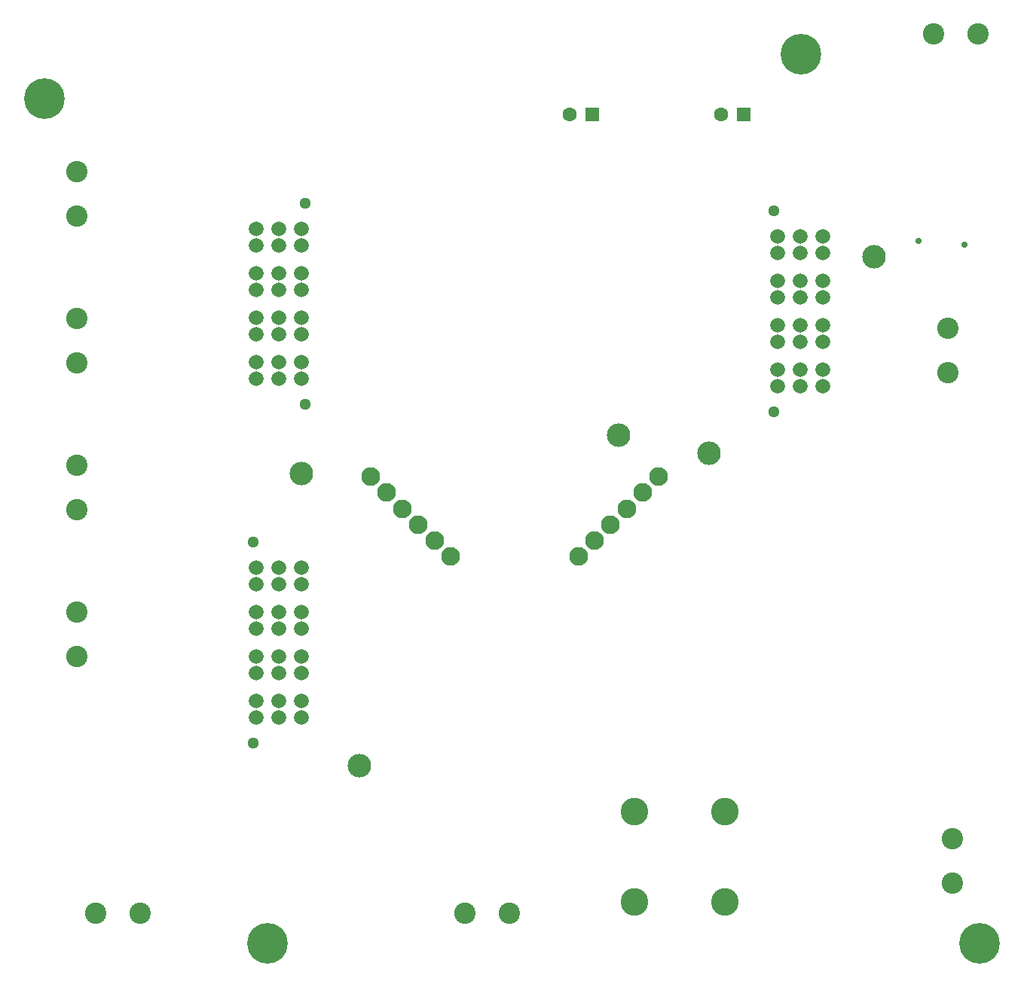
<source format=gbs>
G04*
G04 #@! TF.GenerationSoftware,Altium Limited,Altium Designer,21.6.4 (81)*
G04*
G04 Layer_Color=16711935*
%FSLAX25Y25*%
%MOIN*%
G70*
G04*
G04 #@! TF.SameCoordinates,612E0561-CA96-4152-8DAB-8F70A6F423CF*
G04*
G04*
G04 #@! TF.FilePolarity,Negative*
G04*
G01*
G75*
%ADD112C,0.10400*%
%ADD113C,0.05085*%
%ADD114C,0.06542*%
%ADD115C,0.09455*%
%ADD116C,0.08274*%
%ADD117C,0.12211*%
%ADD118C,0.17992*%
%ADD119C,0.06306*%
%ADD120R,0.06306X0.06306*%
%ADD121C,0.02800*%
D112*
X195330Y216900D02*
D03*
X155490Y225015D02*
D03*
X40730Y78700D02*
D03*
X268530Y304000D02*
D03*
X15000Y207800D02*
D03*
D113*
X224234Y235275D02*
D03*
Y324409D02*
D03*
X16626Y327567D02*
D03*
Y238433D02*
D03*
X-6366Y88433D02*
D03*
Y177567D02*
D03*
D114*
X225730Y305668D02*
D03*
Y313070D02*
D03*
X235730Y305668D02*
D03*
Y313070D02*
D03*
X245730Y305668D02*
D03*
Y313070D02*
D03*
X225730Y246613D02*
D03*
Y254015D02*
D03*
X235730Y246613D02*
D03*
Y254015D02*
D03*
X245730Y246613D02*
D03*
Y254015D02*
D03*
X225730Y266298D02*
D03*
Y273700D02*
D03*
X235730Y266298D02*
D03*
Y273700D02*
D03*
X245730Y266298D02*
D03*
Y273700D02*
D03*
X225730Y285983D02*
D03*
Y293385D02*
D03*
X235730Y285983D02*
D03*
Y293385D02*
D03*
X245730Y285983D02*
D03*
Y293385D02*
D03*
X15130Y257173D02*
D03*
Y249772D02*
D03*
X5130Y257173D02*
D03*
Y249772D02*
D03*
X-4870Y257173D02*
D03*
Y249772D02*
D03*
X15130Y316228D02*
D03*
Y308827D02*
D03*
X5130Y316228D02*
D03*
Y308827D02*
D03*
X-4870Y316228D02*
D03*
Y308827D02*
D03*
X15130Y296543D02*
D03*
Y289142D02*
D03*
X5130Y296543D02*
D03*
Y289142D02*
D03*
X-4870Y296543D02*
D03*
Y289142D02*
D03*
X15130Y276858D02*
D03*
Y269457D02*
D03*
X5130Y276858D02*
D03*
Y269457D02*
D03*
X-4870Y276858D02*
D03*
Y269457D02*
D03*
Y158827D02*
D03*
Y166228D02*
D03*
X5130Y158827D02*
D03*
Y166228D02*
D03*
X15130Y158827D02*
D03*
Y166228D02*
D03*
X-4870Y99772D02*
D03*
Y107173D02*
D03*
X5130Y99772D02*
D03*
Y107173D02*
D03*
X15130Y99772D02*
D03*
Y107173D02*
D03*
X-4870Y119457D02*
D03*
Y126858D02*
D03*
X5130Y119457D02*
D03*
Y126858D02*
D03*
X15130Y119457D02*
D03*
Y126858D02*
D03*
X-4870Y139142D02*
D03*
Y146543D02*
D03*
X5130Y139142D02*
D03*
Y146543D02*
D03*
X15130Y139142D02*
D03*
Y146543D02*
D03*
D115*
X301130Y252658D02*
D03*
Y272342D02*
D03*
X-84370Y126929D02*
D03*
Y146614D02*
D03*
Y211614D02*
D03*
Y191929D02*
D03*
Y256772D02*
D03*
Y276457D02*
D03*
X-75810Y13200D02*
D03*
X-56124D02*
D03*
X294787Y402500D02*
D03*
X314472D02*
D03*
X87533Y13200D02*
D03*
X107218D02*
D03*
X-84370Y321772D02*
D03*
Y341457D02*
D03*
X303130Y26658D02*
D03*
Y46343D02*
D03*
D116*
X173103Y206528D02*
D03*
X166032Y199457D02*
D03*
X158961Y192386D02*
D03*
X151890Y185315D02*
D03*
X144819Y178244D02*
D03*
X137748Y171173D02*
D03*
X45676Y206528D02*
D03*
X52748Y199457D02*
D03*
X59819Y192386D02*
D03*
X66890Y185315D02*
D03*
X73961Y178244D02*
D03*
X81032Y171173D02*
D03*
D117*
X162376Y18200D02*
D03*
X202376D02*
D03*
X162376Y58200D02*
D03*
X202376D02*
D03*
D118*
X0Y0D02*
D03*
X314961D02*
D03*
X236221Y393701D02*
D03*
X-98425Y374016D02*
D03*
D119*
X133910Y366772D02*
D03*
X200630D02*
D03*
D120*
X143910D02*
D03*
X210630D02*
D03*
D121*
X308313Y309353D02*
D03*
X288000Y310939D02*
D03*
M02*

</source>
